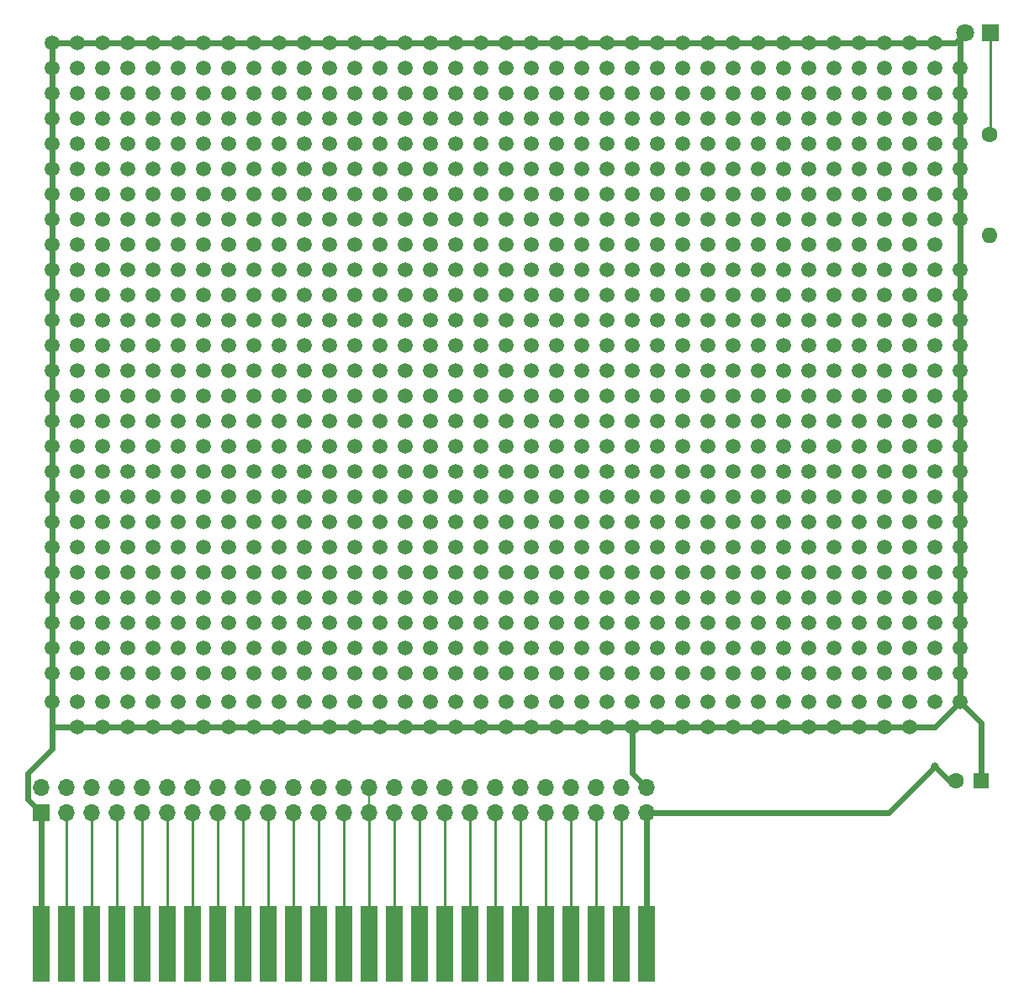
<source format=gbr>
G04 #@! TF.GenerationSoftware,KiCad,Pcbnew,7.0.7*
G04 #@! TF.CreationDate,2024-07-02T20:39:07-05:00*
G04 #@! TF.ProjectId,protoCard,70726f74-6f43-4617-9264-2e6b69636164,1.2*
G04 #@! TF.SameCoordinates,Original*
G04 #@! TF.FileFunction,Copper,L1,Top*
G04 #@! TF.FilePolarity,Positive*
%FSLAX46Y46*%
G04 Gerber Fmt 4.6, Leading zero omitted, Abs format (unit mm)*
G04 Created by KiCad (PCBNEW 7.0.7) date 2024-07-02 20:39:07*
%MOMM*%
%LPD*%
G01*
G04 APERTURE LIST*
G04 #@! TA.AperFunction,ComponentPad*
%ADD10C,1.500000*%
G04 #@! TD*
G04 #@! TA.AperFunction,ComponentPad*
%ADD11R,1.800000X1.800000*%
G04 #@! TD*
G04 #@! TA.AperFunction,ComponentPad*
%ADD12C,1.800000*%
G04 #@! TD*
G04 #@! TA.AperFunction,ComponentPad*
%ADD13C,1.600000*%
G04 #@! TD*
G04 #@! TA.AperFunction,ComponentPad*
%ADD14O,1.600000X1.600000*%
G04 #@! TD*
G04 #@! TA.AperFunction,ComponentPad*
%ADD15R,1.700000X1.700000*%
G04 #@! TD*
G04 #@! TA.AperFunction,ComponentPad*
%ADD16O,1.700000X1.700000*%
G04 #@! TD*
G04 #@! TA.AperFunction,ComponentPad*
%ADD17R,1.600000X1.600000*%
G04 #@! TD*
G04 #@! TA.AperFunction,ConnectorPad*
%ADD18R,1.778000X7.620000*%
G04 #@! TD*
G04 #@! TA.AperFunction,ViaPad*
%ADD19C,0.800000*%
G04 #@! TD*
G04 #@! TA.AperFunction,Conductor*
%ADD20C,0.200000*%
G04 #@! TD*
G04 #@! TA.AperFunction,Conductor*
%ADD21C,0.600000*%
G04 #@! TD*
G04 #@! TA.AperFunction,Conductor*
%ADD22C,0.250000*%
G04 #@! TD*
G04 APERTURE END LIST*
D10*
X100580000Y-60000000D03*
X120900000Y-57460000D03*
X148840000Y-44760000D03*
X108200000Y-77780000D03*
X133600000Y-47300000D03*
X138680000Y-34600000D03*
X108200000Y-90480000D03*
X138680000Y-103500000D03*
X70100000Y-42220000D03*
X77720000Y-75240000D03*
X125980000Y-42220000D03*
X118360000Y-57460000D03*
X148840000Y-98100000D03*
X57400000Y-47300000D03*
X108200000Y-62540000D03*
X143760000Y-39680000D03*
X115820000Y-100950000D03*
X125980000Y-65080000D03*
X62480000Y-65080000D03*
X85340000Y-90480000D03*
X123440000Y-42220000D03*
X108200000Y-87940000D03*
X128520000Y-52380000D03*
X70100000Y-100950000D03*
X136140000Y-54920000D03*
X70100000Y-62540000D03*
X77720000Y-72700000D03*
X138680000Y-62540000D03*
X125980000Y-70160000D03*
X72640000Y-52380000D03*
X113280000Y-82860000D03*
X118360000Y-49840000D03*
X85340000Y-57460000D03*
X72640000Y-44760000D03*
X98040000Y-70160000D03*
X136140000Y-77780000D03*
X70100000Y-65080000D03*
X120900000Y-54920000D03*
X105660000Y-75240000D03*
X143760000Y-44760000D03*
X141220000Y-100950000D03*
X105660000Y-47300000D03*
X136140000Y-90480000D03*
X77720000Y-93020000D03*
X131060000Y-52380000D03*
X113280000Y-100950000D03*
X62480000Y-90480000D03*
X108200000Y-47300000D03*
X136140000Y-87940000D03*
X115820000Y-75240000D03*
X72640000Y-57460000D03*
X103120000Y-60000000D03*
X65020000Y-85400000D03*
X65020000Y-90480000D03*
X125980000Y-49840000D03*
X75180000Y-37140000D03*
X62480000Y-80320000D03*
X75180000Y-42220000D03*
X131060000Y-49840000D03*
X75180000Y-90480000D03*
X77720000Y-70160000D03*
X77720000Y-103500000D03*
X77720000Y-95560000D03*
X59940000Y-80320000D03*
X87880000Y-93020000D03*
X72640000Y-75240000D03*
X82800000Y-49840000D03*
X123440000Y-34600000D03*
X128520000Y-34600000D03*
X113280000Y-49840000D03*
X143760000Y-82860000D03*
X77720000Y-77780000D03*
X141220000Y-103500000D03*
X92960000Y-57460000D03*
X77720000Y-57460000D03*
X123440000Y-82860000D03*
X133600000Y-82860000D03*
X85340000Y-42220000D03*
X136140000Y-70160000D03*
X70100000Y-82860000D03*
X136140000Y-80320000D03*
X98040000Y-80320000D03*
X115820000Y-37140000D03*
X77720000Y-37140000D03*
X131060000Y-65080000D03*
X59940000Y-60000000D03*
X131060000Y-47300000D03*
X92960000Y-98100000D03*
X82800000Y-70160000D03*
X141220000Y-42220000D03*
X65020000Y-44760000D03*
X146300000Y-90480000D03*
X67560000Y-62540000D03*
X87880000Y-47300000D03*
X108200000Y-93020000D03*
X57400000Y-67620000D03*
X118360000Y-90480000D03*
X128520000Y-85400000D03*
X120900000Y-77780000D03*
X62480000Y-93020000D03*
X110740000Y-47300000D03*
X123440000Y-67620000D03*
X113280000Y-34600000D03*
X67560000Y-34600000D03*
X110740000Y-49840000D03*
X98040000Y-57460000D03*
X113280000Y-70160000D03*
X146300000Y-72700000D03*
X113280000Y-75240000D03*
X90420000Y-80320000D03*
X62480000Y-77780000D03*
X80260000Y-67620000D03*
X82800000Y-77780000D03*
X67560000Y-87940000D03*
X128520000Y-47300000D03*
X98040000Y-44760000D03*
X143760000Y-62540000D03*
X113280000Y-67620000D03*
X115820000Y-42220000D03*
X133600000Y-85400000D03*
X87880000Y-77780000D03*
X131060000Y-72700000D03*
X57400000Y-54920000D03*
X143760000Y-93020000D03*
X108200000Y-98100000D03*
X57400000Y-85400000D03*
X90420000Y-82860000D03*
X98040000Y-103500000D03*
X98040000Y-47300000D03*
X80260000Y-87940000D03*
X125980000Y-85400000D03*
X110740000Y-90480000D03*
X138680000Y-80320000D03*
X108200000Y-44760000D03*
X72640000Y-60000000D03*
X100580000Y-90480000D03*
X133600000Y-49840000D03*
X90420000Y-90480000D03*
X59940000Y-82860000D03*
X110740000Y-100950000D03*
X118360000Y-95560000D03*
X80260000Y-60000000D03*
X77720000Y-49840000D03*
X138680000Y-87940000D03*
X67560000Y-57460000D03*
X65020000Y-67620000D03*
X72640000Y-93020000D03*
X92960000Y-77780000D03*
X133600000Y-39680000D03*
X87880000Y-60000000D03*
X148840000Y-70160000D03*
X85340000Y-52380000D03*
X113280000Y-87940000D03*
X65020000Y-80320000D03*
X125980000Y-100950000D03*
X118360000Y-65080000D03*
X59940000Y-85400000D03*
X85340000Y-54920000D03*
X57400000Y-82860000D03*
X131060000Y-37140000D03*
X82800000Y-42220000D03*
X67560000Y-72700000D03*
X115820000Y-103500000D03*
X57400000Y-44760000D03*
X75180000Y-82860000D03*
X105660000Y-87940000D03*
X108200000Y-42220000D03*
X128520000Y-37140000D03*
X113280000Y-47300000D03*
X72640000Y-80320000D03*
X148840000Y-90480000D03*
X148840000Y-72700000D03*
X118360000Y-100950000D03*
X87880000Y-54920000D03*
X85340000Y-60000000D03*
X82800000Y-37140000D03*
X110740000Y-93020000D03*
X110740000Y-77780000D03*
X85340000Y-39680000D03*
X128520000Y-95560000D03*
X70100000Y-75240000D03*
X100580000Y-34600000D03*
X120900000Y-67620000D03*
X138680000Y-47300000D03*
X85340000Y-87940000D03*
X70100000Y-57460000D03*
X65020000Y-65080000D03*
X75180000Y-75240000D03*
X90420000Y-98100000D03*
X123440000Y-77780000D03*
X115820000Y-52380000D03*
X110740000Y-95560000D03*
X75180000Y-77780000D03*
X72640000Y-49840000D03*
X128520000Y-100950000D03*
X70100000Y-70160000D03*
X123440000Y-49840000D03*
X115820000Y-95560000D03*
X105660000Y-67620000D03*
X120900000Y-65080000D03*
X131060000Y-62540000D03*
X148840000Y-85400000D03*
X95500000Y-90480000D03*
X128520000Y-67620000D03*
X146300000Y-39680000D03*
X146300000Y-47300000D03*
X143760000Y-42220000D03*
X113280000Y-42220000D03*
X148840000Y-95560000D03*
X138680000Y-60000000D03*
X75180000Y-62540000D03*
X110740000Y-70160000D03*
X131060000Y-82860000D03*
X143760000Y-54920000D03*
X125980000Y-52380000D03*
X143760000Y-57460000D03*
X65020000Y-39680000D03*
X143760000Y-37140000D03*
X136140000Y-93020000D03*
X100580000Y-98100000D03*
X136140000Y-60000000D03*
X100580000Y-57460000D03*
X113280000Y-39680000D03*
X90420000Y-93020000D03*
X131060000Y-77780000D03*
X123440000Y-57460000D03*
X65020000Y-87940000D03*
X110740000Y-52380000D03*
X92960000Y-62540000D03*
X105660000Y-60000000D03*
X105660000Y-72700000D03*
X125980000Y-93020000D03*
X77720000Y-80320000D03*
X141220000Y-67620000D03*
X128520000Y-75240000D03*
X62480000Y-72700000D03*
X70100000Y-90480000D03*
X118360000Y-47300000D03*
X98040000Y-52380000D03*
X138680000Y-65080000D03*
X108200000Y-75240000D03*
X141220000Y-49840000D03*
X115820000Y-39680000D03*
X59940000Y-62540000D03*
X108200000Y-72700000D03*
X103120000Y-57460000D03*
X95500000Y-44760000D03*
X113280000Y-65080000D03*
X148840000Y-82860000D03*
X120900000Y-70160000D03*
X77720000Y-85400000D03*
X57400000Y-87940000D03*
X108200000Y-57460000D03*
X92960000Y-87940000D03*
X72640000Y-37140000D03*
X131060000Y-67620000D03*
X92960000Y-80320000D03*
X57400000Y-93020000D03*
X113280000Y-37140000D03*
X57400000Y-98100000D03*
X80260000Y-37140000D03*
X110740000Y-75240000D03*
X128520000Y-82860000D03*
X148840000Y-47300000D03*
X62480000Y-47300000D03*
X100580000Y-37140000D03*
X100580000Y-100950000D03*
X72640000Y-67620000D03*
X85340000Y-82860000D03*
X128520000Y-90480000D03*
X87880000Y-80320000D03*
X62480000Y-62540000D03*
X67560000Y-52380000D03*
X138680000Y-54920000D03*
X92960000Y-54920000D03*
X87880000Y-44760000D03*
X85340000Y-47300000D03*
X133600000Y-70160000D03*
X59940000Y-87940000D03*
X80260000Y-57460000D03*
X143760000Y-34600000D03*
X125980000Y-77780000D03*
X98040000Y-100950000D03*
X115820000Y-90480000D03*
X98040000Y-60000000D03*
X87880000Y-39680000D03*
X115820000Y-65080000D03*
X100580000Y-39680000D03*
X59940000Y-39680000D03*
X82800000Y-93020000D03*
X100580000Y-85400000D03*
X95500000Y-100950000D03*
X70100000Y-60000000D03*
X80260000Y-100950000D03*
X59940000Y-93020000D03*
X141220000Y-57460000D03*
X100580000Y-54920000D03*
X62480000Y-49840000D03*
X105660000Y-82860000D03*
X103120000Y-72700000D03*
X125980000Y-90480000D03*
X80260000Y-42220000D03*
X92960000Y-100950000D03*
X141220000Y-72700000D03*
X98040000Y-37140000D03*
X118360000Y-62540000D03*
X146300000Y-65080000D03*
X67560000Y-80320000D03*
X110740000Y-34600000D03*
X118360000Y-87940000D03*
X65020000Y-70160000D03*
X57400000Y-39680000D03*
X118360000Y-77780000D03*
X105660000Y-100950000D03*
X123440000Y-93020000D03*
X80260000Y-95560000D03*
X108200000Y-34600000D03*
X80260000Y-72700000D03*
X65020000Y-37140000D03*
X141220000Y-85400000D03*
X92960000Y-37140000D03*
X125980000Y-47300000D03*
X95500000Y-95560000D03*
X148840000Y-62540000D03*
X133600000Y-65080000D03*
X87880000Y-100950000D03*
X103120000Y-65080000D03*
X98040000Y-75240000D03*
X131060000Y-90480000D03*
X85340000Y-77780000D03*
X72640000Y-62540000D03*
X67560000Y-67620000D03*
X141220000Y-47300000D03*
X95500000Y-47300000D03*
X133600000Y-42220000D03*
X143760000Y-95560000D03*
X67560000Y-44760000D03*
X131060000Y-85400000D03*
X92960000Y-60000000D03*
X100580000Y-82860000D03*
X148840000Y-57460000D03*
X82800000Y-90480000D03*
X128520000Y-72700000D03*
X67560000Y-90480000D03*
X67560000Y-77780000D03*
X105660000Y-37140000D03*
X146300000Y-44760000D03*
X113280000Y-60000000D03*
X77720000Y-34600000D03*
X92960000Y-49840000D03*
X59940000Y-77780000D03*
X103120000Y-52380000D03*
X133600000Y-72700000D03*
X82800000Y-47300000D03*
X105660000Y-77780000D03*
X131060000Y-70160000D03*
X113280000Y-85400000D03*
X70100000Y-49840000D03*
X128520000Y-42220000D03*
X92960000Y-67620000D03*
X65020000Y-54920000D03*
X148840000Y-49840000D03*
X75180000Y-67620000D03*
X138680000Y-77780000D03*
X146300000Y-37140000D03*
X59940000Y-100950000D03*
X92960000Y-72700000D03*
X131060000Y-103500000D03*
X72640000Y-72700000D03*
X57400000Y-52380000D03*
X108200000Y-103500000D03*
X80260000Y-70160000D03*
X57400000Y-57460000D03*
X133600000Y-90480000D03*
X148840000Y-100950000D03*
X120900000Y-98100000D03*
X100580000Y-87940000D03*
X67560000Y-37140000D03*
X82800000Y-57460000D03*
X57400000Y-75240000D03*
X80260000Y-98100000D03*
X70100000Y-72700000D03*
X75180000Y-93020000D03*
X92960000Y-95560000D03*
X92960000Y-44760000D03*
X70100000Y-52380000D03*
X108200000Y-52380000D03*
X87880000Y-57460000D03*
X92960000Y-70160000D03*
X62480000Y-52380000D03*
X90420000Y-103500000D03*
D11*
X151940000Y-33560000D03*
D12*
X149400000Y-33560000D03*
D10*
X100580000Y-47300000D03*
X70100000Y-54920000D03*
X103120000Y-98100000D03*
X70100000Y-34600000D03*
X90420000Y-65080000D03*
X143760000Y-87940000D03*
X105660000Y-95560000D03*
X143760000Y-49840000D03*
X98040000Y-87940000D03*
X136140000Y-65080000D03*
X115820000Y-87940000D03*
X100580000Y-62540000D03*
X110740000Y-87940000D03*
X65020000Y-42220000D03*
X70100000Y-98100000D03*
X59940000Y-90480000D03*
X90420000Y-44760000D03*
X110740000Y-60000000D03*
X80260000Y-44760000D03*
X82800000Y-39680000D03*
X62480000Y-87940000D03*
X103120000Y-85400000D03*
X148840000Y-37140000D03*
X115820000Y-93020000D03*
X77720000Y-42220000D03*
X133600000Y-67620000D03*
X141220000Y-54920000D03*
X75180000Y-80320000D03*
X143760000Y-72700000D03*
X136140000Y-52380000D03*
X141220000Y-60000000D03*
X128520000Y-93020000D03*
X62480000Y-42220000D03*
X103120000Y-42220000D03*
X70100000Y-87940000D03*
X77720000Y-98100000D03*
X62480000Y-39680000D03*
X82800000Y-44760000D03*
X118360000Y-37140000D03*
X128520000Y-62540000D03*
X118360000Y-80320000D03*
X108200000Y-82860000D03*
X141220000Y-37140000D03*
X120900000Y-60000000D03*
X92960000Y-39680000D03*
X65020000Y-57460000D03*
X108200000Y-95560000D03*
X120900000Y-103500000D03*
X141220000Y-90480000D03*
X133600000Y-60000000D03*
X110740000Y-85400000D03*
X70100000Y-80320000D03*
X62480000Y-75240000D03*
X82800000Y-65080000D03*
X143760000Y-65080000D03*
X125980000Y-82860000D03*
X118360000Y-85400000D03*
X98040000Y-54920000D03*
X148840000Y-75240000D03*
X87880000Y-62540000D03*
X59940000Y-52380000D03*
X98040000Y-77780000D03*
X148840000Y-65080000D03*
X105660000Y-65080000D03*
D13*
X151850000Y-43840000D03*
D14*
X151850000Y-54000000D03*
D10*
X123440000Y-52380000D03*
X131060000Y-57460000D03*
X95500000Y-34600000D03*
X120900000Y-39680000D03*
X80260000Y-65080000D03*
X90420000Y-72700000D03*
X90420000Y-37140000D03*
X123440000Y-44760000D03*
X62480000Y-67620000D03*
X115820000Y-47300000D03*
X138680000Y-57460000D03*
X72640000Y-90480000D03*
X118360000Y-52380000D03*
X62480000Y-95560000D03*
X87880000Y-65080000D03*
X67560000Y-93020000D03*
X110740000Y-44760000D03*
X72640000Y-95560000D03*
X131060000Y-93020000D03*
X65020000Y-49840000D03*
X87880000Y-49840000D03*
X105660000Y-90480000D03*
X75180000Y-72700000D03*
X67560000Y-103500000D03*
X80260000Y-62540000D03*
X133600000Y-95560000D03*
X103120000Y-62540000D03*
X115820000Y-34600000D03*
X125980000Y-67620000D03*
X133600000Y-103500000D03*
X128520000Y-80320000D03*
X103120000Y-75240000D03*
X95500000Y-103500000D03*
X67560000Y-54920000D03*
X115820000Y-67620000D03*
X57400000Y-37140000D03*
X105660000Y-62540000D03*
X85340000Y-75240000D03*
X133600000Y-80320000D03*
X131060000Y-80320000D03*
X115820000Y-60000000D03*
X115820000Y-62540000D03*
X82800000Y-80320000D03*
X59940000Y-75240000D03*
X80260000Y-77780000D03*
X115820000Y-70160000D03*
X143760000Y-77780000D03*
X113280000Y-95560000D03*
X110740000Y-62540000D03*
X87880000Y-90480000D03*
X123440000Y-100950000D03*
X118360000Y-98100000D03*
X108200000Y-39680000D03*
X67560000Y-49840000D03*
X62480000Y-60000000D03*
X92960000Y-93020000D03*
X87880000Y-70160000D03*
X98040000Y-93020000D03*
X138680000Y-52380000D03*
X148840000Y-67620000D03*
X113280000Y-62540000D03*
X118360000Y-72700000D03*
D15*
X56320000Y-112160000D03*
D16*
X58860000Y-112160000D03*
X61400000Y-112160000D03*
X63940000Y-112160000D03*
X66480000Y-112160000D03*
X69020000Y-112160000D03*
X71560000Y-112160000D03*
X74100000Y-112160000D03*
X76640000Y-112160000D03*
X79180000Y-112160000D03*
X81720000Y-112160000D03*
X84260000Y-112160000D03*
X86800000Y-112160000D03*
X89340000Y-112160000D03*
X91880000Y-112160000D03*
X94420000Y-112160000D03*
X96960000Y-112160000D03*
X99500000Y-112160000D03*
X102040000Y-112160000D03*
X104580000Y-112160000D03*
X107120000Y-112160000D03*
X109660000Y-112160000D03*
X112200000Y-112160000D03*
X114740000Y-112160000D03*
X117280000Y-112160000D03*
X117280000Y-109620000D03*
X114740000Y-109620000D03*
X112200000Y-109620000D03*
X109660000Y-109620000D03*
X107120000Y-109620000D03*
X104580000Y-109620000D03*
X102040000Y-109620000D03*
X99500000Y-109620000D03*
X96960000Y-109620000D03*
X94420000Y-109620000D03*
X91880000Y-109620000D03*
X89340000Y-109620000D03*
X86800000Y-109620000D03*
X84260000Y-109620000D03*
X81720000Y-109620000D03*
X79180000Y-109620000D03*
X76640000Y-109620000D03*
X74100000Y-109620000D03*
X71560000Y-109620000D03*
X69020000Y-109620000D03*
X66480000Y-109620000D03*
X63940000Y-109620000D03*
X61400000Y-109620000D03*
X58860000Y-109620000D03*
X56320000Y-109620000D03*
D10*
X118360000Y-60000000D03*
X118360000Y-54920000D03*
X103120000Y-80320000D03*
X57400000Y-62540000D03*
X72640000Y-77780000D03*
X118360000Y-103500000D03*
X82800000Y-95560000D03*
X57400000Y-77780000D03*
X90420000Y-95560000D03*
X103120000Y-90480000D03*
X85340000Y-95560000D03*
X75180000Y-87940000D03*
X72640000Y-87940000D03*
X100580000Y-103500000D03*
X75180000Y-52380000D03*
X82800000Y-72700000D03*
X108200000Y-49840000D03*
X80260000Y-80320000D03*
X123440000Y-87940000D03*
X100580000Y-77780000D03*
X120900000Y-47300000D03*
X90420000Y-34600000D03*
X138680000Y-70160000D03*
X80260000Y-82860000D03*
X115820000Y-44760000D03*
X128520000Y-39680000D03*
X57400000Y-49840000D03*
X136140000Y-85400000D03*
X59940000Y-72700000D03*
X118360000Y-44760000D03*
X57400000Y-42220000D03*
X118360000Y-93020000D03*
X125980000Y-80320000D03*
X125980000Y-75240000D03*
X90420000Y-57460000D03*
X141220000Y-98100000D03*
X103120000Y-49840000D03*
X118360000Y-42220000D03*
X59940000Y-54920000D03*
X136140000Y-82860000D03*
X113280000Y-90480000D03*
X108200000Y-60000000D03*
X72640000Y-54920000D03*
X123440000Y-103500000D03*
X146300000Y-54920000D03*
X67560000Y-42220000D03*
X105660000Y-52380000D03*
X120900000Y-34600000D03*
X136140000Y-34600000D03*
X59940000Y-34600000D03*
X85340000Y-67620000D03*
X90420000Y-77780000D03*
X143760000Y-60000000D03*
X100580000Y-75240000D03*
X70100000Y-47300000D03*
X136140000Y-44760000D03*
X131060000Y-75240000D03*
X133600000Y-54920000D03*
X98040000Y-98100000D03*
X95500000Y-52380000D03*
D17*
X150945113Y-108960000D03*
D13*
X148445113Y-108960000D03*
D10*
X113280000Y-80320000D03*
X65020000Y-103500000D03*
X146300000Y-60000000D03*
X123440000Y-39680000D03*
X146300000Y-70160000D03*
X113280000Y-57460000D03*
X143760000Y-98100000D03*
X108200000Y-67620000D03*
X77720000Y-47300000D03*
X59940000Y-67620000D03*
X95500000Y-70160000D03*
X85340000Y-49840000D03*
X67560000Y-82860000D03*
X72640000Y-34600000D03*
X59940000Y-42220000D03*
X100580000Y-72700000D03*
X110740000Y-67620000D03*
X75180000Y-65080000D03*
X77720000Y-67620000D03*
X95500000Y-93020000D03*
X131060000Y-44760000D03*
X146300000Y-67620000D03*
X146300000Y-75240000D03*
X87880000Y-82860000D03*
X62480000Y-57460000D03*
X120900000Y-62540000D03*
X98040000Y-49840000D03*
X70100000Y-44760000D03*
X70100000Y-85400000D03*
X87880000Y-42220000D03*
X120900000Y-100950000D03*
X57400000Y-90480000D03*
X131060000Y-95560000D03*
X57400000Y-100950000D03*
X103120000Y-82860000D03*
X59940000Y-95560000D03*
X80260000Y-85400000D03*
X128520000Y-65080000D03*
X82800000Y-87940000D03*
X143760000Y-90480000D03*
X103120000Y-77780000D03*
X72640000Y-103500000D03*
X133600000Y-52380000D03*
X62480000Y-44760000D03*
X136140000Y-42220000D03*
X87880000Y-52380000D03*
X136140000Y-75240000D03*
X92960000Y-34600000D03*
X103120000Y-100950000D03*
X95500000Y-57460000D03*
X141220000Y-34600000D03*
X123440000Y-65080000D03*
X115820000Y-80320000D03*
X120900000Y-87940000D03*
X72640000Y-47300000D03*
X77720000Y-52380000D03*
X80260000Y-103500000D03*
X120900000Y-80320000D03*
X146300000Y-57460000D03*
X141220000Y-95560000D03*
X146300000Y-49840000D03*
X90420000Y-100950000D03*
X57400000Y-34600000D03*
X92960000Y-85400000D03*
X110740000Y-72700000D03*
X128520000Y-60000000D03*
X113280000Y-72700000D03*
X72640000Y-70160000D03*
X123440000Y-90480000D03*
X123440000Y-70160000D03*
X110740000Y-82860000D03*
X138680000Y-85400000D03*
X59940000Y-103500000D03*
X123440000Y-98100000D03*
X92960000Y-103500000D03*
X85340000Y-44760000D03*
X138680000Y-39680000D03*
X141220000Y-80320000D03*
X82800000Y-67620000D03*
X120900000Y-85400000D03*
X143760000Y-80320000D03*
X120900000Y-49840000D03*
X59940000Y-49840000D03*
X95500000Y-62540000D03*
X98040000Y-90480000D03*
X115820000Y-82860000D03*
X146300000Y-77780000D03*
X75180000Y-103500000D03*
X125980000Y-103500000D03*
X65020000Y-75240000D03*
X136140000Y-98100000D03*
X67560000Y-65080000D03*
X115820000Y-57460000D03*
X128520000Y-103500000D03*
X123440000Y-62540000D03*
X120900000Y-42220000D03*
X75180000Y-44760000D03*
X136140000Y-95560000D03*
X95500000Y-37140000D03*
X128520000Y-54920000D03*
X103120000Y-37140000D03*
X120900000Y-37140000D03*
X148840000Y-39680000D03*
X85340000Y-80320000D03*
X77720000Y-82860000D03*
X133600000Y-75240000D03*
X65020000Y-93020000D03*
X143760000Y-103500000D03*
X59940000Y-70160000D03*
X103120000Y-44760000D03*
X105660000Y-44760000D03*
X105660000Y-42220000D03*
X125980000Y-37140000D03*
X115820000Y-54920000D03*
X105660000Y-93020000D03*
X95500000Y-98100000D03*
X103120000Y-34600000D03*
X125980000Y-57460000D03*
X108200000Y-54920000D03*
X65020000Y-82860000D03*
X59940000Y-57460000D03*
X120900000Y-44760000D03*
X92960000Y-90480000D03*
X110740000Y-65080000D03*
X133600000Y-93020000D03*
X90420000Y-85400000D03*
X57400000Y-70160000D03*
X72640000Y-42220000D03*
X138680000Y-90480000D03*
X148840000Y-52380000D03*
X108200000Y-65080000D03*
X131060000Y-98100000D03*
X125980000Y-34600000D03*
X120900000Y-90480000D03*
X72640000Y-65080000D03*
X57400000Y-60000000D03*
X136140000Y-100950000D03*
X90420000Y-70160000D03*
X125980000Y-54920000D03*
X95500000Y-54920000D03*
X85340000Y-100950000D03*
X143760000Y-67620000D03*
X115820000Y-98100000D03*
X90420000Y-54920000D03*
X113280000Y-93020000D03*
X62480000Y-98100000D03*
X82800000Y-75240000D03*
X65020000Y-100950000D03*
X62480000Y-85400000D03*
X72640000Y-82860000D03*
X148840000Y-93020000D03*
X77720000Y-100950000D03*
X82800000Y-60000000D03*
X80260000Y-49840000D03*
X90420000Y-39680000D03*
X72640000Y-39680000D03*
X110740000Y-103500000D03*
X72640000Y-85400000D03*
X141220000Y-65080000D03*
X138680000Y-37140000D03*
X143760000Y-75240000D03*
X123440000Y-85400000D03*
X146300000Y-34600000D03*
X115820000Y-77780000D03*
X98040000Y-42220000D03*
X136140000Y-103500000D03*
X77720000Y-90480000D03*
X62480000Y-54920000D03*
X136140000Y-62540000D03*
X95500000Y-75240000D03*
X77720000Y-39680000D03*
X90420000Y-60000000D03*
X118360000Y-39680000D03*
X143760000Y-100950000D03*
X67560000Y-39680000D03*
X125980000Y-39680000D03*
X105660000Y-98100000D03*
X67560000Y-95560000D03*
X87880000Y-98100000D03*
X136140000Y-49840000D03*
X62480000Y-100950000D03*
X82800000Y-52380000D03*
X131060000Y-42220000D03*
X92960000Y-47300000D03*
X75180000Y-85400000D03*
X92960000Y-52380000D03*
X131060000Y-87940000D03*
X103120000Y-70160000D03*
X67560000Y-100950000D03*
X100580000Y-49840000D03*
X95500000Y-49840000D03*
X108200000Y-80320000D03*
X138680000Y-75240000D03*
X87880000Y-95560000D03*
X77720000Y-65080000D03*
X67560000Y-47300000D03*
X98040000Y-67620000D03*
X65020000Y-98100000D03*
X133600000Y-77780000D03*
X110740000Y-98100000D03*
X87880000Y-67620000D03*
X90420000Y-49840000D03*
X95500000Y-82860000D03*
X72640000Y-100950000D03*
X103120000Y-39680000D03*
X87880000Y-72700000D03*
X59940000Y-98100000D03*
X95500000Y-65080000D03*
X103120000Y-93020000D03*
X103120000Y-47300000D03*
X95500000Y-42220000D03*
X95500000Y-77780000D03*
X59940000Y-44760000D03*
X141220000Y-82860000D03*
X113280000Y-98100000D03*
X120900000Y-82860000D03*
X128520000Y-70160000D03*
X87880000Y-85400000D03*
X67560000Y-70160000D03*
X138680000Y-93020000D03*
X65020000Y-52380000D03*
X90420000Y-62540000D03*
X108200000Y-85400000D03*
X98040000Y-62540000D03*
X65020000Y-72700000D03*
X103120000Y-87940000D03*
X110740000Y-39680000D03*
X92960000Y-42220000D03*
X146300000Y-85400000D03*
X113280000Y-44760000D03*
X62480000Y-37140000D03*
X92960000Y-65080000D03*
X67560000Y-60000000D03*
X59940000Y-65080000D03*
X105660000Y-70160000D03*
X123440000Y-80320000D03*
X133600000Y-100950000D03*
X136140000Y-72700000D03*
X98040000Y-34600000D03*
X146300000Y-100950000D03*
X105660000Y-85400000D03*
X75180000Y-100950000D03*
X100580000Y-70160000D03*
X85340000Y-37140000D03*
X75180000Y-70160000D03*
X105660000Y-39680000D03*
X75180000Y-49840000D03*
X131060000Y-60000000D03*
X77720000Y-62540000D03*
X136140000Y-67620000D03*
X123440000Y-54920000D03*
X146300000Y-93020000D03*
X100580000Y-67620000D03*
X108200000Y-70160000D03*
X113280000Y-77780000D03*
X123440000Y-47300000D03*
X146300000Y-42220000D03*
X133600000Y-57460000D03*
X90420000Y-52380000D03*
X70100000Y-103500000D03*
X57400000Y-65080000D03*
X123440000Y-72700000D03*
X136140000Y-47300000D03*
X70100000Y-39680000D03*
X67560000Y-98100000D03*
X138680000Y-44760000D03*
X92960000Y-82860000D03*
X143760000Y-70160000D03*
X113280000Y-52380000D03*
X146300000Y-95560000D03*
X115820000Y-85400000D03*
X57400000Y-80320000D03*
X82800000Y-54920000D03*
X65020000Y-47300000D03*
X136140000Y-37140000D03*
X95500000Y-60000000D03*
X90420000Y-47300000D03*
X98040000Y-65080000D03*
X82800000Y-103500000D03*
X87880000Y-75240000D03*
X85340000Y-65080000D03*
X148840000Y-60000000D03*
X72640000Y-98100000D03*
X90420000Y-67620000D03*
X143760000Y-85400000D03*
X65020000Y-77780000D03*
X100580000Y-44760000D03*
X80260000Y-39680000D03*
X146300000Y-62540000D03*
X80260000Y-54920000D03*
X143760000Y-52380000D03*
X125980000Y-60000000D03*
X57400000Y-95560000D03*
X100580000Y-80320000D03*
X138680000Y-42220000D03*
X125980000Y-98100000D03*
X70100000Y-67620000D03*
X138680000Y-49840000D03*
X87880000Y-103500000D03*
X105660000Y-80320000D03*
X113280000Y-54920000D03*
X123440000Y-75240000D03*
X87880000Y-87940000D03*
X120900000Y-75240000D03*
X62480000Y-82860000D03*
X148840000Y-42220000D03*
X77720000Y-87940000D03*
X103120000Y-54920000D03*
X110740000Y-42220000D03*
X67560000Y-75240000D03*
X82800000Y-62540000D03*
X120900000Y-52380000D03*
X80260000Y-90480000D03*
X82800000Y-98100000D03*
X85340000Y-98100000D03*
X82800000Y-82860000D03*
X133600000Y-44760000D03*
X146300000Y-87940000D03*
X128520000Y-57460000D03*
X85340000Y-85400000D03*
X138680000Y-72700000D03*
X98040000Y-85400000D03*
X141220000Y-39680000D03*
X138680000Y-95560000D03*
X75180000Y-57460000D03*
X80260000Y-75240000D03*
X131060000Y-100950000D03*
X98040000Y-95560000D03*
X128520000Y-77780000D03*
X67560000Y-85400000D03*
X118360000Y-34600000D03*
X95500000Y-39680000D03*
X125980000Y-62540000D03*
X141220000Y-70160000D03*
X77720000Y-44760000D03*
X141220000Y-52380000D03*
X70100000Y-37140000D03*
X105660000Y-54920000D03*
X75180000Y-54920000D03*
X85340000Y-103500000D03*
X90420000Y-42220000D03*
D18*
X56300000Y-125400000D03*
X58840000Y-125400000D03*
X61380000Y-125400000D03*
X63920000Y-125400000D03*
X66460000Y-125400000D03*
X69000000Y-125400000D03*
X71540000Y-125400000D03*
X74080000Y-125400000D03*
X76620000Y-125400000D03*
X79160000Y-125400000D03*
X81700000Y-125400000D03*
X84240000Y-125400000D03*
X86780000Y-125400000D03*
X89320000Y-125400000D03*
X91860000Y-125400000D03*
X94400000Y-125400000D03*
X96940000Y-125400000D03*
X99480000Y-125400000D03*
X102020000Y-125400000D03*
X104560000Y-125400000D03*
X107100000Y-125400000D03*
X109640000Y-125400000D03*
X112180000Y-125400000D03*
X114720000Y-125400000D03*
X117260000Y-125400000D03*
D10*
X115820000Y-72700000D03*
X80260000Y-34600000D03*
X100580000Y-95560000D03*
X100580000Y-65080000D03*
X125980000Y-95560000D03*
X95500000Y-87940000D03*
X120900000Y-95560000D03*
X123440000Y-37140000D03*
X85340000Y-34600000D03*
X75180000Y-60000000D03*
X138680000Y-100950000D03*
X148840000Y-80320000D03*
X59940000Y-47300000D03*
X87880000Y-37140000D03*
X141220000Y-77780000D03*
X105660000Y-57460000D03*
X98040000Y-72700000D03*
X133600000Y-37140000D03*
X148840000Y-87940000D03*
X85340000Y-72700000D03*
X118360000Y-67620000D03*
X141220000Y-93020000D03*
X95500000Y-85400000D03*
X136140000Y-57460000D03*
X146300000Y-98100000D03*
X75180000Y-95560000D03*
X98040000Y-39680000D03*
X80260000Y-52380000D03*
X62480000Y-70160000D03*
X108200000Y-37140000D03*
X133600000Y-98100000D03*
X75180000Y-98100000D03*
X62480000Y-103500000D03*
X146300000Y-52380000D03*
X141220000Y-44760000D03*
X138680000Y-67620000D03*
X62480000Y-34600000D03*
X95500000Y-72700000D03*
X95500000Y-67620000D03*
X103120000Y-67620000D03*
X118360000Y-75240000D03*
X98040000Y-82860000D03*
X80260000Y-47300000D03*
X70100000Y-95560000D03*
X125980000Y-44760000D03*
X141220000Y-62540000D03*
X65020000Y-95560000D03*
X82800000Y-34600000D03*
X65020000Y-34600000D03*
X75180000Y-34600000D03*
X100580000Y-42220000D03*
X105660000Y-103500000D03*
X90420000Y-87940000D03*
X92960000Y-75240000D03*
X123440000Y-60000000D03*
X90420000Y-75240000D03*
X85340000Y-62540000D03*
X125980000Y-87940000D03*
X110740000Y-54920000D03*
X110740000Y-57460000D03*
X65020000Y-62540000D03*
X133600000Y-87940000D03*
X77720000Y-54920000D03*
X148840000Y-77780000D03*
X143760000Y-47300000D03*
X65020000Y-60000000D03*
X141220000Y-87940000D03*
X77720000Y-60000000D03*
X59940000Y-37140000D03*
X100580000Y-52380000D03*
X128520000Y-87940000D03*
X103120000Y-103500000D03*
X105660000Y-34600000D03*
X115820000Y-49840000D03*
X103120000Y-95560000D03*
X105660000Y-49840000D03*
X110740000Y-80320000D03*
X125980000Y-72700000D03*
X118360000Y-70160000D03*
X138680000Y-98100000D03*
X113280000Y-103500000D03*
X131060000Y-54920000D03*
X87880000Y-34600000D03*
X100580000Y-93020000D03*
X70100000Y-77780000D03*
X128520000Y-49840000D03*
X133600000Y-62540000D03*
X85340000Y-93020000D03*
X108200000Y-100950000D03*
X146300000Y-80320000D03*
X110740000Y-37140000D03*
X82800000Y-100950000D03*
X118360000Y-82860000D03*
X80260000Y-93020000D03*
X95500000Y-80320000D03*
X146300000Y-82860000D03*
X138680000Y-82860000D03*
X128520000Y-44760000D03*
X120900000Y-72700000D03*
X128520000Y-98100000D03*
X75180000Y-39680000D03*
X57400000Y-72700000D03*
X136140000Y-39680000D03*
X133600000Y-34600000D03*
X123440000Y-95560000D03*
X85340000Y-70160000D03*
X131060000Y-34600000D03*
X141220000Y-75240000D03*
X131060000Y-39680000D03*
X75180000Y-47300000D03*
X82800000Y-85400000D03*
X120900000Y-93020000D03*
X70100000Y-93020000D03*
D19*
X146300000Y-107500000D03*
D20*
X89340000Y-109620000D02*
X89340000Y-112160000D01*
D21*
X70100000Y-34600000D02*
X72640000Y-34600000D01*
X120900000Y-34600000D02*
X123440000Y-34600000D01*
X87880000Y-34600000D02*
X90420000Y-34600000D01*
X148360000Y-34600000D02*
X149400000Y-33560000D01*
X148840000Y-100950000D02*
X150945113Y-103055113D01*
X123440000Y-34600000D02*
X125980000Y-34600000D01*
X82800000Y-34600000D02*
X85340000Y-34600000D01*
X146300000Y-103500000D02*
X146300000Y-103490000D01*
X65020000Y-34600000D02*
X67560000Y-34600000D01*
X146300000Y-103500000D02*
X143760000Y-103500000D01*
X56320000Y-112160000D02*
X54920000Y-110760000D01*
X143760000Y-34600000D02*
X146300000Y-34600000D01*
X75180000Y-34600000D02*
X77720000Y-34600000D01*
X141220000Y-34600000D02*
X143760000Y-34600000D01*
X92960000Y-34600000D02*
X95500000Y-34600000D01*
X67560000Y-34600000D02*
X70100000Y-34600000D01*
X118360000Y-34600000D02*
X120900000Y-34600000D01*
X128520000Y-34600000D02*
X131060000Y-34600000D01*
X150945113Y-103055113D02*
X150945113Y-108960000D01*
X62480000Y-34600000D02*
X65020000Y-34600000D01*
X136140000Y-34600000D02*
X138680000Y-34600000D01*
X148840000Y-95560000D02*
X148840000Y-93020000D01*
X54920000Y-108200000D02*
X57400000Y-105720000D01*
X80260000Y-34600000D02*
X82800000Y-34600000D01*
X100580000Y-34600000D02*
X103120000Y-34600000D01*
X115820000Y-103500000D02*
X115820000Y-108160000D01*
X77720000Y-34600000D02*
X80260000Y-34600000D01*
X57400000Y-34600000D02*
X57400000Y-103500000D01*
X148840000Y-98100000D02*
X148840000Y-95560000D01*
X57400000Y-103500000D02*
X57400000Y-105720000D01*
X110740000Y-34600000D02*
X113280000Y-34600000D01*
X95500000Y-34600000D02*
X98040000Y-34600000D01*
X108200000Y-34600000D02*
X110740000Y-34600000D01*
X62480000Y-103500000D02*
X59940000Y-103500000D01*
X146300000Y-103490000D02*
X148840000Y-100950000D01*
X59940000Y-34600000D02*
X62480000Y-34600000D01*
X56320000Y-112160000D02*
X56320000Y-125380000D01*
X113280000Y-34600000D02*
X115820000Y-34600000D01*
X105660000Y-34600000D02*
X108200000Y-34600000D01*
X85340000Y-34600000D02*
X87880000Y-34600000D01*
X143760000Y-103500000D02*
X141220000Y-103500000D01*
X115820000Y-34600000D02*
X118360000Y-34600000D01*
X125980000Y-34600000D02*
X128520000Y-34600000D01*
X115820000Y-108160000D02*
X117280000Y-109620000D01*
X146300000Y-34600000D02*
X148360000Y-34600000D01*
X148840000Y-87940000D02*
X148840000Y-34600000D01*
X148840000Y-37140000D02*
X148840000Y-34120000D01*
X138680000Y-34600000D02*
X141220000Y-34600000D01*
X59940000Y-103500000D02*
X57400000Y-103500000D01*
X148840000Y-90480000D02*
X148840000Y-87940000D01*
X57400000Y-34600000D02*
X59940000Y-34600000D01*
X90420000Y-34600000D02*
X92960000Y-34600000D01*
X148840000Y-93020000D02*
X148840000Y-90480000D01*
X148840000Y-100950000D02*
X148840000Y-98100000D01*
X148840000Y-34120000D02*
X149400000Y-33560000D01*
X141220000Y-103500000D02*
X62480000Y-103500000D01*
X98040000Y-34600000D02*
X100580000Y-34600000D01*
X54920000Y-110760000D02*
X54920000Y-108200000D01*
X131060000Y-34600000D02*
X133600000Y-34600000D01*
X133600000Y-34600000D02*
X136140000Y-34600000D01*
X103120000Y-34600000D02*
X105660000Y-34600000D01*
X72640000Y-34600000D02*
X75180000Y-34600000D01*
D22*
X56320000Y-125380000D02*
X56300000Y-125400000D01*
X69020000Y-125380000D02*
X69000000Y-125400000D01*
X69020000Y-112160000D02*
X69020000Y-125380000D01*
X71560000Y-112160000D02*
X71560000Y-125380000D01*
X71560000Y-125380000D02*
X71540000Y-125400000D01*
X74100000Y-125380000D02*
X74080000Y-125400000D01*
X74100000Y-112160000D02*
X74100000Y-125380000D01*
X76640000Y-112160000D02*
X76640000Y-125380000D01*
X76640000Y-125380000D02*
X76620000Y-125400000D01*
X79180000Y-125380000D02*
X79160000Y-125400000D01*
X79180000Y-112160000D02*
X79180000Y-125380000D01*
X81720000Y-125380000D02*
X81700000Y-125400000D01*
X81720000Y-112160000D02*
X81720000Y-125380000D01*
X84260000Y-112160000D02*
X84260000Y-125380000D01*
X84260000Y-125380000D02*
X84240000Y-125400000D01*
X86800000Y-125380000D02*
X86780000Y-125400000D01*
X86800000Y-112160000D02*
X86800000Y-125380000D01*
X66480000Y-112160000D02*
X66480000Y-125380000D01*
X66480000Y-125380000D02*
X66460000Y-125400000D01*
X63940000Y-112160000D02*
X63940000Y-125380000D01*
X63940000Y-125380000D02*
X63920000Y-125400000D01*
X61400000Y-112160000D02*
X61400000Y-125380000D01*
X61400000Y-125380000D02*
X61380000Y-125400000D01*
X58860000Y-112160000D02*
X58860000Y-125380000D01*
X58860000Y-125380000D02*
X58840000Y-125400000D01*
X99500000Y-125380000D02*
X99480000Y-125400000D01*
X99500000Y-112160000D02*
X99500000Y-125380000D01*
X151940000Y-33560000D02*
X151940000Y-43750000D01*
X151940000Y-43750000D02*
X151850000Y-43840000D01*
X102040000Y-125380000D02*
X102020000Y-125400000D01*
X102040000Y-112160000D02*
X102040000Y-125380000D01*
X104580000Y-125380000D02*
X104560000Y-125400000D01*
X104580000Y-112160000D02*
X104580000Y-125380000D01*
X109660000Y-125380000D02*
X109640000Y-125400000D01*
X109660000Y-112160000D02*
X109660000Y-125380000D01*
X112200000Y-112160000D02*
X112200000Y-125380000D01*
X112200000Y-125380000D02*
X112180000Y-125400000D01*
X91880000Y-112160000D02*
X91880000Y-125380000D01*
X91880000Y-125380000D02*
X91860000Y-125400000D01*
X117280000Y-125380000D02*
X117260000Y-125400000D01*
X89340000Y-125380000D02*
X89320000Y-125400000D01*
X89340000Y-112160000D02*
X89340000Y-125380000D01*
D21*
X147760000Y-108960000D02*
X148445113Y-108960000D01*
X146300000Y-107500000D02*
X141640000Y-112160000D01*
X146300000Y-107500000D02*
X147760000Y-108960000D01*
X117280000Y-112160000D02*
X117280000Y-125380000D01*
X141640000Y-112160000D02*
X117280000Y-112160000D01*
D22*
X107120000Y-112160000D02*
X107120000Y-125380000D01*
X107120000Y-125380000D02*
X107100000Y-125400000D01*
X94420000Y-125380000D02*
X94400000Y-125400000D01*
X94420000Y-112160000D02*
X94420000Y-125380000D01*
X114740000Y-125380000D02*
X114720000Y-125400000D01*
X114740000Y-112160000D02*
X114740000Y-125380000D01*
X96960000Y-125380000D02*
X96940000Y-125400000D01*
X96960000Y-112160000D02*
X96960000Y-125380000D01*
M02*

</source>
